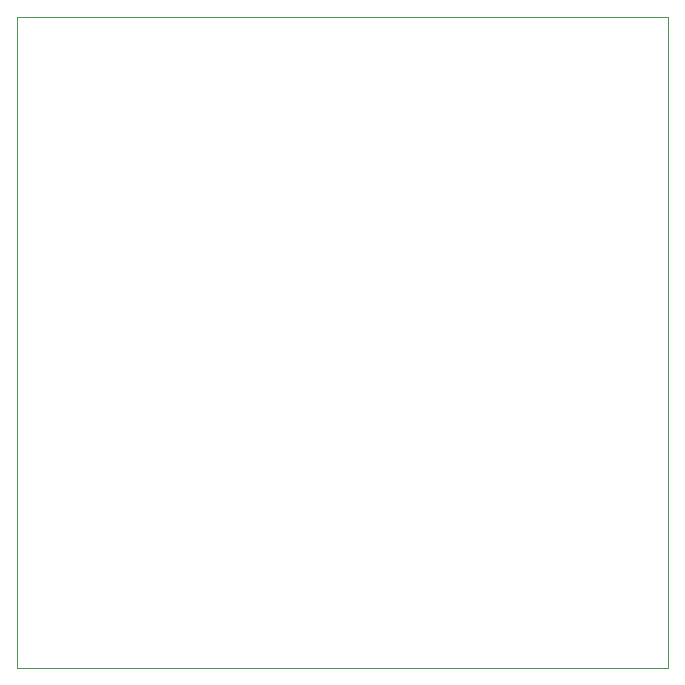
<source format=gbr>
%TF.GenerationSoftware,KiCad,Pcbnew,7.0.8*%
%TF.CreationDate,2024-03-24T19:28:18+01:00*%
%TF.ProjectId,Heptachron,48657074-6163-4687-926f-6e2e6b696361,rev?*%
%TF.SameCoordinates,Original*%
%TF.FileFunction,Profile,NP*%
%FSLAX46Y46*%
G04 Gerber Fmt 4.6, Leading zero omitted, Abs format (unit mm)*
G04 Created by KiCad (PCBNEW 7.0.8) date 2024-03-24 19:28:18*
%MOMM*%
%LPD*%
G01*
G04 APERTURE LIST*
%TA.AperFunction,Profile*%
%ADD10C,0.100000*%
%TD*%
G04 APERTURE END LIST*
D10*
X120000000Y-75000000D02*
X175165198Y-75000000D01*
X175165198Y-130165198D01*
X120000000Y-130165198D01*
X120000000Y-75000000D01*
M02*

</source>
